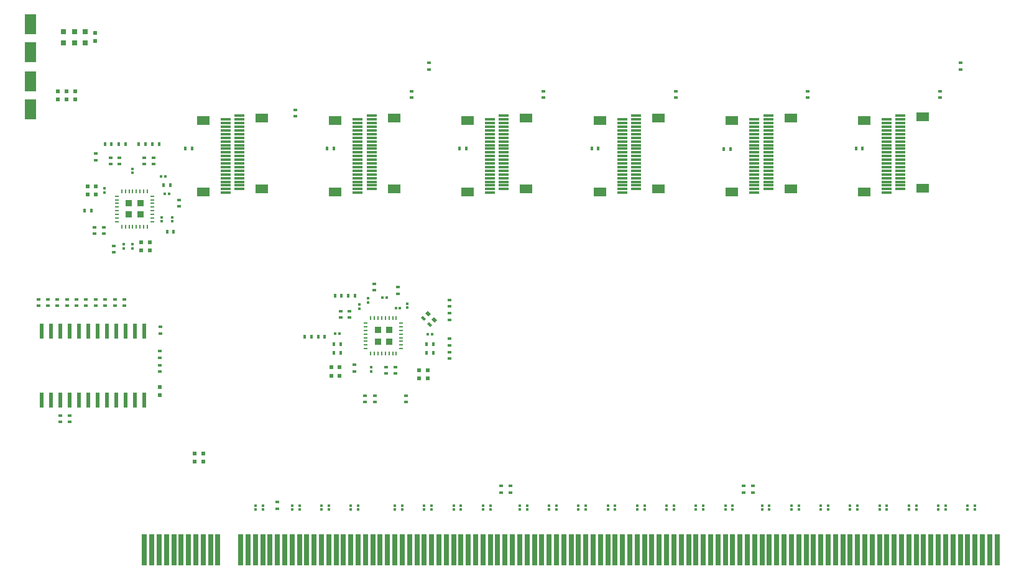
<source format=gbr>
G04 #@! TF.GenerationSoftware,KiCad,Pcbnew,(5.1.5)-3*
G04 #@! TF.CreationDate,2021-10-23T00:21:41+02:00*
G04 #@! TF.ProjectId,riser leopard 2OU Oculink,72697365-7220-46c6-956f-706172642032,rev?*
G04 #@! TF.SameCoordinates,PX4d4b990PY36d6160*
G04 #@! TF.FileFunction,Paste,Top*
G04 #@! TF.FilePolarity,Positive*
%FSLAX46Y46*%
G04 Gerber Fmt 4.6, Leading zero omitted, Abs format (unit mm)*
G04 Created by KiCad (PCBNEW (5.1.5)-3) date 2021-10-23 00:21:41*
%MOMM*%
%LPD*%
G04 APERTURE LIST*
%ADD10R,0.600000X0.400000*%
%ADD11R,0.350000X0.300000*%
%ADD12R,0.300000X0.350000*%
%ADD13R,0.500000X0.600000*%
%ADD14R,0.600000X0.500000*%
%ADD15R,0.750000X0.800000*%
%ADD16R,0.800000X4.200000*%
%ADD17R,0.400000X0.600000*%
%ADD18C,0.100000*%
%ADD19R,0.930000X0.930000*%
%ADD20R,0.250000X0.600000*%
%ADD21R,0.600000X0.250000*%
%ADD22R,1.600000X2.800000*%
%ADD23R,0.600000X2.000000*%
%ADD24R,1.400000X0.310000*%
%ADD25R,1.800000X1.200000*%
G04 APERTURE END LIST*
D10*
X52250000Y-25250000D03*
X52250000Y-26150000D03*
D11*
X11150000Y2445000D03*
X11150000Y3005000D03*
D12*
X19370000Y2275000D03*
X19930000Y2275000D03*
D11*
X18925000Y-945000D03*
X18925000Y-1505000D03*
D13*
X18650000Y-24050000D03*
X18650000Y-25150000D03*
D12*
X18895000Y4625000D03*
X19455000Y4625000D03*
D11*
X13775000Y-4620000D03*
X13775000Y-5180000D03*
X20400000Y-945000D03*
X20400000Y-1505000D03*
X15000000Y5680000D03*
X15000000Y5120000D03*
X14975000Y-5180000D03*
X14975000Y-4620000D03*
D13*
X10000000Y3275000D03*
X10000000Y2175000D03*
X16150000Y-4350000D03*
X16150000Y-5450000D03*
X8850000Y3275000D03*
X8850000Y2175000D03*
X17300000Y-5450000D03*
X17300000Y-4350000D03*
D14*
X42075000Y-21375000D03*
X43175000Y-21375000D03*
D11*
X47500000Y-21370000D03*
X47500000Y-21930000D03*
X47050000Y-12530000D03*
X47050000Y-11970000D03*
D14*
X43175000Y-22575000D03*
X42075000Y-22575000D03*
D12*
X51380000Y-13300000D03*
X50820000Y-13300000D03*
D11*
X45900000Y-13380000D03*
X45900000Y-12820000D03*
D12*
X55170000Y-16900000D03*
X55730000Y-16900000D03*
X49020000Y-11900000D03*
X49580000Y-11900000D03*
D13*
X55200000Y-22875000D03*
X55200000Y-21775000D03*
D12*
X42570000Y-16800000D03*
X43130000Y-16800000D03*
D11*
X52350000Y-12720000D03*
X52350000Y-13280000D03*
D13*
X54000000Y-21775000D03*
X54000000Y-22875000D03*
X4800000Y15100000D03*
X4800000Y16200000D03*
D15*
X5550000Y24350000D03*
X5550000Y22850000D03*
D13*
X6000000Y16200000D03*
X6000000Y15100000D03*
D15*
X7050000Y22850000D03*
X7050000Y24350000D03*
D13*
X7200000Y15100000D03*
X7200000Y16200000D03*
D15*
X8550000Y24350000D03*
X8550000Y22850000D03*
D13*
X9900000Y23050000D03*
X9900000Y24150000D03*
X23425000Y-34275000D03*
X23425000Y-33175000D03*
X24575000Y-34275000D03*
X24575000Y-33175000D03*
D11*
X31700000Y-40220000D03*
X31700000Y-40780000D03*
X36700000Y-40220000D03*
X36700000Y-40780000D03*
X40700000Y-40220000D03*
X40700000Y-40780000D03*
X44700000Y-40780000D03*
X44700000Y-40220000D03*
X32700000Y-40780000D03*
X32700000Y-40220000D03*
X37700000Y-40780000D03*
X37700000Y-40220000D03*
X41700000Y-40220000D03*
X41700000Y-40780000D03*
X45700000Y-40220000D03*
X45700000Y-40780000D03*
X67700000Y-40780000D03*
X67700000Y-40220000D03*
X71700000Y-40220000D03*
X71700000Y-40780000D03*
X75700000Y-40220000D03*
X75700000Y-40780000D03*
X79700000Y-40220000D03*
X79700000Y-40780000D03*
X68700000Y-40780000D03*
X68700000Y-40220000D03*
X72700000Y-40780000D03*
X72700000Y-40220000D03*
X76700000Y-40780000D03*
X76700000Y-40220000D03*
X80700000Y-40780000D03*
X80700000Y-40220000D03*
X100700000Y-40220000D03*
X100700000Y-40780000D03*
X104700000Y-40220000D03*
X104700000Y-40780000D03*
X108700000Y-40220000D03*
X108700000Y-40780000D03*
X112700000Y-40220000D03*
X112700000Y-40780000D03*
X101700000Y-40780000D03*
X101700000Y-40220000D03*
X105700000Y-40780000D03*
X105700000Y-40220000D03*
X109700000Y-40780000D03*
X109700000Y-40220000D03*
X113700000Y-40780000D03*
X113700000Y-40220000D03*
X116700000Y-40780000D03*
X116700000Y-40220000D03*
X120700000Y-40780000D03*
X120700000Y-40220000D03*
X124700000Y-40780000D03*
X124700000Y-40220000D03*
X128700000Y-40780000D03*
X128700000Y-40220000D03*
X50700000Y-40220000D03*
X50700000Y-40780000D03*
X54700000Y-40220000D03*
X54700000Y-40780000D03*
X58700000Y-40220000D03*
X58700000Y-40780000D03*
X62700000Y-40220000D03*
X62700000Y-40780000D03*
X117700000Y-40220000D03*
X117700000Y-40780000D03*
X121700000Y-40220000D03*
X121700000Y-40780000D03*
X125700000Y-40220000D03*
X125700000Y-40780000D03*
X129700000Y-40220000D03*
X129700000Y-40780000D03*
X51700000Y-40780000D03*
X51700000Y-40220000D03*
X55700000Y-40780000D03*
X55700000Y-40220000D03*
X59700000Y-40780000D03*
X59700000Y-40220000D03*
X63700000Y-40220000D03*
X63700000Y-40780000D03*
X83700000Y-40780000D03*
X83700000Y-40220000D03*
X87700000Y-40220000D03*
X87700000Y-40780000D03*
X91700000Y-40780000D03*
X91700000Y-40220000D03*
X95700000Y-40780000D03*
X95700000Y-40220000D03*
X84700000Y-40780000D03*
X84700000Y-40220000D03*
X88700000Y-40220000D03*
X88700000Y-40780000D03*
X92700000Y-40220000D03*
X92700000Y-40780000D03*
X96700000Y-40220000D03*
X96700000Y-40780000D03*
D16*
X74700000Y-46258600D03*
X77700000Y-46258600D03*
X85700000Y-46258600D03*
X97700000Y-46258600D03*
X86700000Y-46258600D03*
X89700000Y-46258600D03*
X73700000Y-46258600D03*
X80700000Y-46258600D03*
X91700000Y-46258600D03*
X93700000Y-46258600D03*
X81700000Y-46258600D03*
X75700000Y-46258600D03*
X87700000Y-46258600D03*
X94700000Y-46258600D03*
X95700000Y-46258600D03*
X84700000Y-46258600D03*
X90700000Y-46258600D03*
X83700000Y-46258600D03*
X79700000Y-46258600D03*
X76700000Y-46258600D03*
X82700000Y-46258600D03*
X99700000Y-46258600D03*
X98700000Y-46258600D03*
X88700000Y-46258600D03*
X78700000Y-46258600D03*
X92700000Y-46258600D03*
X96700000Y-46258600D03*
X72700000Y-46258600D03*
X64700000Y-46258600D03*
X58700000Y-46258600D03*
X60700000Y-46258600D03*
X56700000Y-46258600D03*
X50700000Y-46258600D03*
X48700000Y-46258600D03*
X40700000Y-46258600D03*
X55700000Y-46258600D03*
X46700000Y-46258600D03*
X42700000Y-46258600D03*
X54700000Y-46258600D03*
X44700000Y-46258600D03*
X41700000Y-46258600D03*
X52700000Y-46258600D03*
X71700000Y-46258600D03*
X70700000Y-46258600D03*
X69700000Y-46258600D03*
X68700000Y-46258600D03*
X59700000Y-46258600D03*
X57700000Y-46258600D03*
X51700000Y-46258600D03*
X49700000Y-46258600D03*
X66700000Y-46258600D03*
X67700000Y-46258600D03*
X45700000Y-46258600D03*
X61700000Y-46258600D03*
X53700000Y-46258600D03*
X43700000Y-46258600D03*
X65700000Y-46258600D03*
X47700000Y-46258600D03*
X63700000Y-46258600D03*
X62700000Y-46258600D03*
X29700000Y-46258600D03*
X16600000Y-46258600D03*
X36700000Y-46258600D03*
X35700000Y-46258600D03*
X34700000Y-46258600D03*
X33700000Y-46258600D03*
X31700000Y-46258600D03*
X30700000Y-46258600D03*
X39700000Y-46258600D03*
X38700000Y-46258600D03*
X32700000Y-46258600D03*
X37700000Y-46258600D03*
X21600000Y-46258600D03*
X24600000Y-46258600D03*
X23600000Y-46258600D03*
X19600000Y-46258600D03*
X22600000Y-46258600D03*
X20600000Y-46258600D03*
X25600000Y-46258600D03*
X26600000Y-46258600D03*
X17600000Y-46258600D03*
X18600000Y-46258600D03*
X100700000Y-46258600D03*
X101700000Y-46258600D03*
X102700000Y-46258600D03*
X103700000Y-46258600D03*
X104700000Y-46258600D03*
X105700000Y-46258600D03*
X106700000Y-46258600D03*
X107700000Y-46258600D03*
X108700000Y-46258600D03*
X109700000Y-46258600D03*
X110700000Y-46258600D03*
X111700000Y-46258600D03*
X112700000Y-46258600D03*
X113700000Y-46258600D03*
X114700000Y-46258600D03*
X115700000Y-46258600D03*
X116700000Y-46258600D03*
X117700000Y-46258600D03*
X118700000Y-46258600D03*
X119700000Y-46258600D03*
X120700000Y-46258600D03*
X121700000Y-46258600D03*
X122700000Y-46258600D03*
X123700000Y-46258600D03*
X124700000Y-46258600D03*
X125700000Y-46258600D03*
X126700000Y-46258600D03*
X127700000Y-46258600D03*
X128700000Y-46258600D03*
X129700000Y-46258600D03*
X130700000Y-46258600D03*
X131700000Y-46258600D03*
X132700000Y-46258600D03*
D10*
X18750000Y-15900000D03*
X18750000Y-16800000D03*
X21350000Y550000D03*
X21350000Y1450000D03*
D17*
X8450000Y-50000D03*
X9350000Y-50000D03*
D10*
X12400000Y-4825000D03*
X12400000Y-5725000D03*
X18650000Y-22000000D03*
X18650000Y-21100000D03*
X9975000Y7750000D03*
X9975000Y6850000D03*
X18650000Y-19200000D03*
X18650000Y-20100000D03*
X9822600Y-3200000D03*
X9822600Y-2300000D03*
X11077400Y-2300000D03*
X11077400Y-3200000D03*
D17*
X19675000Y-2925000D03*
X20575000Y-2925000D03*
D10*
X12550000Y-12100000D03*
X12550000Y-13000000D03*
X13850000Y-13000000D03*
X13850000Y-12100000D03*
X9950000Y-13000000D03*
X9950000Y-12100000D03*
X11250000Y-12100000D03*
X11250000Y-13000000D03*
X7350000Y-12100000D03*
X7350000Y-13000000D03*
X8650000Y-13000000D03*
X8650000Y-12100000D03*
X4750000Y-13000000D03*
X4750000Y-12100000D03*
X6050000Y-12100000D03*
X6050000Y-13000000D03*
X2150000Y-12100000D03*
X2150000Y-13000000D03*
X3450000Y-13000000D03*
X3450000Y-12100000D03*
X6450000Y-27950000D03*
X6450000Y-28850000D03*
X17800000Y6300000D03*
X17800000Y7200000D03*
X16600000Y6300000D03*
X16600000Y7200000D03*
X13200000Y7200000D03*
X13200000Y6300000D03*
X12000000Y7200000D03*
X12000000Y6300000D03*
X5150000Y-28850000D03*
X5150000Y-27950000D03*
D17*
X19200000Y3450000D03*
X20100000Y3450000D03*
D10*
X47900000Y-10900000D03*
X47900000Y-10000000D03*
X48000000Y-26150000D03*
X48000000Y-25250000D03*
X46600000Y-25250000D03*
X46600000Y-26150000D03*
X49522600Y-21350000D03*
X49522600Y-22250000D03*
X50777400Y-22250000D03*
X50777400Y-21350000D03*
X51100000Y-10450000D03*
X51100000Y-11350000D03*
X45175000Y-21925000D03*
X45175000Y-21025000D03*
X44500000Y-14625000D03*
X44500000Y-13725000D03*
X43300000Y-13725000D03*
X43300000Y-14625000D03*
D17*
X43300000Y-18250000D03*
X42400000Y-18250000D03*
X42400000Y-19450000D03*
X43300000Y-19450000D03*
X55000000Y-18250000D03*
X55900000Y-18250000D03*
X55900000Y-19450000D03*
X55000000Y-19450000D03*
D18*
G36*
X54511091Y-14314645D02*
G01*
X54935355Y-14738909D01*
X54652513Y-15021751D01*
X54228249Y-14597487D01*
X54511091Y-14314645D01*
G37*
G36*
X55147487Y-13678249D02*
G01*
X55571751Y-14102513D01*
X55288909Y-14385355D01*
X54864645Y-13961091D01*
X55147487Y-13678249D01*
G37*
G36*
X55997487Y-14528249D02*
G01*
X56421751Y-14952513D01*
X56138909Y-15235355D01*
X55714645Y-14811091D01*
X55997487Y-14528249D01*
G37*
G36*
X55361091Y-15164645D02*
G01*
X55785355Y-15588909D01*
X55502513Y-15871751D01*
X55078249Y-15447487D01*
X55361091Y-15164645D01*
G37*
D10*
X65200000Y-38450000D03*
X65200000Y-37550000D03*
X34700000Y-39750000D03*
X34700000Y-40650000D03*
X66450000Y-38450000D03*
X66450000Y-37550000D03*
X99450000Y-37550000D03*
X99450000Y-38450000D03*
D17*
X23100000Y8400000D03*
X22200000Y8400000D03*
X59500000Y8400000D03*
X60400000Y8400000D03*
X95500000Y8375000D03*
X96400000Y8375000D03*
X114400000Y8400000D03*
X113500000Y8400000D03*
X42400000Y8400000D03*
X41500000Y8400000D03*
X77500000Y8400000D03*
X78400000Y8400000D03*
D10*
X37150000Y13700000D03*
X37150000Y12800000D03*
X70950000Y15350000D03*
X70950000Y16250000D03*
X106950000Y16250000D03*
X106950000Y15350000D03*
X124950000Y15350000D03*
X124950000Y16250000D03*
X52950000Y16250000D03*
X52950000Y15350000D03*
X88950000Y16250000D03*
X88950000Y15350000D03*
X55325000Y20125000D03*
X55325000Y19225000D03*
X127700000Y19225000D03*
X127700000Y20125000D03*
X98200000Y-37550000D03*
X98200000Y-38450000D03*
D19*
X14475000Y975000D03*
X16025000Y975000D03*
X16025000Y-575000D03*
D20*
X17000000Y2600000D03*
X16500000Y2600000D03*
X16000000Y2600000D03*
X15500000Y2600000D03*
X15000000Y2600000D03*
X14500000Y2600000D03*
X14000000Y2600000D03*
X13500000Y2600000D03*
D21*
X12850000Y1950000D03*
X12850000Y1450000D03*
X12850000Y950000D03*
X12850000Y450000D03*
X12850000Y-50000D03*
X12850000Y-550000D03*
X12850000Y-1050000D03*
X12850000Y-1550000D03*
D20*
X13500000Y-2200000D03*
X14000000Y-2200000D03*
X14500000Y-2200000D03*
X15000000Y-2200000D03*
X15500000Y-2200000D03*
X16000000Y-2200000D03*
X16500000Y-2200000D03*
X17000000Y-2200000D03*
D21*
X17650000Y-1550000D03*
X17650000Y-1050000D03*
X17650000Y-550000D03*
X17650000Y-50000D03*
X17650000Y450000D03*
X17650000Y950000D03*
X17650000Y1450000D03*
X17650000Y1950000D03*
D19*
X14475000Y-575000D03*
X49925000Y-17875000D03*
D20*
X47400000Y-14700000D03*
X47900000Y-14700000D03*
X48400000Y-14700000D03*
X48900000Y-14700000D03*
X49400000Y-14700000D03*
X49900000Y-14700000D03*
X50400000Y-14700000D03*
X50900000Y-14700000D03*
D21*
X51550000Y-15350000D03*
X51550000Y-15850000D03*
X51550000Y-16350000D03*
X51550000Y-16850000D03*
X51550000Y-17350000D03*
X51550000Y-17850000D03*
X51550000Y-18350000D03*
X51550000Y-18850000D03*
D20*
X50900000Y-19500000D03*
X50400000Y-19500000D03*
X49900000Y-19500000D03*
X49400000Y-19500000D03*
X48900000Y-19500000D03*
X48400000Y-19500000D03*
X47900000Y-19500000D03*
X47400000Y-19500000D03*
D21*
X46750000Y-18850000D03*
X46750000Y-18350000D03*
X46750000Y-17850000D03*
X46750000Y-17350000D03*
X46750000Y-16850000D03*
X46750000Y-16350000D03*
X46750000Y-15850000D03*
X46750000Y-15350000D03*
D19*
X49925000Y-16325000D03*
X48375000Y-16325000D03*
X48375000Y-17875000D03*
D22*
X1050000Y21600000D03*
X1050000Y25400000D03*
X1100000Y13800000D03*
X1100000Y17600000D03*
D23*
X16585000Y-25850000D03*
X15315000Y-25850000D03*
X14045000Y-25850000D03*
X12775000Y-25850000D03*
X11505000Y-25850000D03*
X10235000Y-25850000D03*
X8965000Y-25850000D03*
X7695000Y-25850000D03*
X6425000Y-25850000D03*
X5155000Y-25850000D03*
X3885000Y-25850000D03*
X2615000Y-25850000D03*
X2615000Y-16450000D03*
X3885000Y-16450000D03*
X5155000Y-16450000D03*
X6425000Y-16450000D03*
X7695000Y-16450000D03*
X8965000Y-16450000D03*
X10235000Y-16450000D03*
X11505000Y-16450000D03*
X12775000Y-16450000D03*
X14045000Y-16450000D03*
X15315000Y-16450000D03*
X16585000Y-16450000D03*
D24*
X101540000Y2900000D03*
X101540000Y3400000D03*
X101540000Y3900000D03*
X101540000Y4400000D03*
X101540000Y4900000D03*
X101540000Y5400000D03*
X101540000Y5900000D03*
X101540000Y6400000D03*
X101540000Y6900000D03*
X101540000Y7400000D03*
X101540000Y7900000D03*
X101540000Y8400000D03*
X101540000Y8900000D03*
X101540000Y9400000D03*
X101540000Y9900000D03*
X101540000Y10400000D03*
X101540000Y10900000D03*
X101540000Y11400000D03*
X101540000Y11900000D03*
X101540000Y12400000D03*
X101540000Y12900000D03*
X99640000Y2400000D03*
X99640000Y2900000D03*
X99640000Y3400000D03*
X99640000Y3900000D03*
X99640000Y4400000D03*
X99640000Y4900000D03*
X99640000Y5400000D03*
X99640000Y5900000D03*
X99640000Y6400000D03*
X99640000Y6900000D03*
X99640000Y7400000D03*
X99640000Y7900000D03*
X99640000Y8400000D03*
X99640000Y8900000D03*
X99640000Y9400000D03*
X99640000Y9900000D03*
X99640000Y10400000D03*
X99640000Y10900000D03*
X99640000Y11400000D03*
X99640000Y11900000D03*
X99640000Y12400000D03*
D25*
X104590000Y2900000D03*
X96590000Y2550000D03*
X96590000Y12250000D03*
X104590000Y12600000D03*
X68590000Y12600000D03*
X60590000Y12250000D03*
X60590000Y2550000D03*
X68590000Y2900000D03*
D24*
X63640000Y12400000D03*
X63640000Y11900000D03*
X63640000Y11400000D03*
X63640000Y10900000D03*
X63640000Y10400000D03*
X63640000Y9900000D03*
X63640000Y9400000D03*
X63640000Y8900000D03*
X63640000Y8400000D03*
X63640000Y7900000D03*
X63640000Y7400000D03*
X63640000Y6900000D03*
X63640000Y6400000D03*
X63640000Y5900000D03*
X63640000Y5400000D03*
X63640000Y4900000D03*
X63640000Y4400000D03*
X63640000Y3900000D03*
X63640000Y3400000D03*
X63640000Y2900000D03*
X63640000Y2400000D03*
X65540000Y12900000D03*
X65540000Y12400000D03*
X65540000Y11900000D03*
X65540000Y11400000D03*
X65540000Y10900000D03*
X65540000Y10400000D03*
X65540000Y9900000D03*
X65540000Y9400000D03*
X65540000Y8900000D03*
X65540000Y8400000D03*
X65540000Y7900000D03*
X65540000Y7400000D03*
X65540000Y6900000D03*
X65540000Y6400000D03*
X65540000Y5900000D03*
X65540000Y5400000D03*
X65540000Y4900000D03*
X65540000Y4400000D03*
X65540000Y3900000D03*
X65540000Y3400000D03*
X65540000Y2900000D03*
X83540000Y2900000D03*
X83540000Y3400000D03*
X83540000Y3900000D03*
X83540000Y4400000D03*
X83540000Y4900000D03*
X83540000Y5400000D03*
X83540000Y5900000D03*
X83540000Y6400000D03*
X83540000Y6900000D03*
X83540000Y7400000D03*
X83540000Y7900000D03*
X83540000Y8400000D03*
X83540000Y8900000D03*
X83540000Y9400000D03*
X83540000Y9900000D03*
X83540000Y10400000D03*
X83540000Y10900000D03*
X83540000Y11400000D03*
X83540000Y11900000D03*
X83540000Y12400000D03*
X83540000Y12900000D03*
X81640000Y2400000D03*
X81640000Y2900000D03*
X81640000Y3400000D03*
X81640000Y3900000D03*
X81640000Y4400000D03*
X81640000Y4900000D03*
X81640000Y5400000D03*
X81640000Y5900000D03*
X81640000Y6400000D03*
X81640000Y6900000D03*
X81640000Y7400000D03*
X81640000Y7900000D03*
X81640000Y8400000D03*
X81640000Y8900000D03*
X81640000Y9400000D03*
X81640000Y9900000D03*
X81640000Y10400000D03*
X81640000Y10900000D03*
X81640000Y11400000D03*
X81640000Y11900000D03*
X81640000Y12400000D03*
D25*
X86590000Y2900000D03*
X78590000Y2550000D03*
X78590000Y12250000D03*
X86590000Y12600000D03*
X32590000Y12600000D03*
X24590000Y12250000D03*
X24590000Y2550000D03*
X32590000Y2900000D03*
D24*
X27640000Y12400000D03*
X27640000Y11900000D03*
X27640000Y11400000D03*
X27640000Y10900000D03*
X27640000Y10400000D03*
X27640000Y9900000D03*
X27640000Y9400000D03*
X27640000Y8900000D03*
X27640000Y8400000D03*
X27640000Y7900000D03*
X27640000Y7400000D03*
X27640000Y6900000D03*
X27640000Y6400000D03*
X27640000Y5900000D03*
X27640000Y5400000D03*
X27640000Y4900000D03*
X27640000Y4400000D03*
X27640000Y3900000D03*
X27640000Y3400000D03*
X27640000Y2900000D03*
X27640000Y2400000D03*
X29540000Y12900000D03*
X29540000Y12400000D03*
X29540000Y11900000D03*
X29540000Y11400000D03*
X29540000Y10900000D03*
X29540000Y10400000D03*
X29540000Y9900000D03*
X29540000Y9400000D03*
X29540000Y8900000D03*
X29540000Y8400000D03*
X29540000Y7900000D03*
X29540000Y7400000D03*
X29540000Y6900000D03*
X29540000Y6400000D03*
X29540000Y5900000D03*
X29540000Y5400000D03*
X29540000Y4900000D03*
X29540000Y4400000D03*
X29540000Y3900000D03*
X29540000Y3400000D03*
X29540000Y2900000D03*
X47540000Y2900000D03*
X47540000Y3400000D03*
X47540000Y3900000D03*
X47540000Y4400000D03*
X47540000Y4900000D03*
X47540000Y5400000D03*
X47540000Y5900000D03*
X47540000Y6400000D03*
X47540000Y6900000D03*
X47540000Y7400000D03*
X47540000Y7900000D03*
X47540000Y8400000D03*
X47540000Y8900000D03*
X47540000Y9400000D03*
X47540000Y9900000D03*
X47540000Y10400000D03*
X47540000Y10900000D03*
X47540000Y11400000D03*
X47540000Y11900000D03*
X47540000Y12400000D03*
X47540000Y12900000D03*
X45640000Y2400000D03*
X45640000Y2900000D03*
X45640000Y3400000D03*
X45640000Y3900000D03*
X45640000Y4400000D03*
X45640000Y4900000D03*
X45640000Y5400000D03*
X45640000Y5900000D03*
X45640000Y6400000D03*
X45640000Y6900000D03*
X45640000Y7400000D03*
X45640000Y7900000D03*
X45640000Y8400000D03*
X45640000Y8900000D03*
X45640000Y9400000D03*
X45640000Y9900000D03*
X45640000Y10400000D03*
X45640000Y10900000D03*
X45640000Y11400000D03*
X45640000Y11900000D03*
X45640000Y12400000D03*
D25*
X50590000Y2900000D03*
X42590000Y2550000D03*
X42590000Y12250000D03*
X50590000Y12600000D03*
D17*
X45250000Y-11600000D03*
X44350000Y-11600000D03*
D10*
X58175000Y-17500000D03*
X58175000Y-18400000D03*
D17*
X43450000Y-11600000D03*
X42550000Y-11600000D03*
D10*
X58175000Y-19300000D03*
X58175000Y-20200000D03*
D17*
X41150000Y-17200000D03*
X40250000Y-17200000D03*
D10*
X58175000Y-13100000D03*
X58175000Y-12200000D03*
D17*
X39350000Y-17200000D03*
X38450000Y-17200000D03*
D10*
X58175000Y-14900000D03*
X58175000Y-14000000D03*
D17*
X18600000Y9000000D03*
X17700000Y9000000D03*
X16700000Y9000000D03*
X15800000Y9000000D03*
X13100000Y9000000D03*
X14000000Y9000000D03*
X11200000Y9000000D03*
X12100000Y9000000D03*
D24*
X119540000Y2900000D03*
X119540000Y3400000D03*
X119540000Y3900000D03*
X119540000Y4400000D03*
X119540000Y4900000D03*
X119540000Y5400000D03*
X119540000Y5900000D03*
X119540000Y6400000D03*
X119540000Y6900000D03*
X119540000Y7400000D03*
X119540000Y7900000D03*
X119540000Y8400000D03*
X119540000Y8900000D03*
X119540000Y9400000D03*
X119540000Y9900000D03*
X119540000Y10400000D03*
X119540000Y10900000D03*
X119540000Y11400000D03*
X119540000Y11900000D03*
X119540000Y12400000D03*
X119540000Y12900000D03*
X117640000Y2400000D03*
X117640000Y2900000D03*
X117640000Y3400000D03*
X117640000Y3900000D03*
X117640000Y4400000D03*
X117640000Y4900000D03*
X117640000Y5400000D03*
X117640000Y5900000D03*
X117640000Y6400000D03*
X117640000Y6900000D03*
X117640000Y7400000D03*
X117640000Y7900000D03*
X117640000Y8400000D03*
X117640000Y8900000D03*
X117640000Y9400000D03*
X117640000Y9900000D03*
X117640000Y10400000D03*
X117640000Y10900000D03*
X117640000Y11400000D03*
X117640000Y11900000D03*
X117640000Y12400000D03*
D25*
X122590000Y3050000D03*
X114590000Y2550000D03*
X114590000Y12250000D03*
X122590000Y12750000D03*
M02*

</source>
